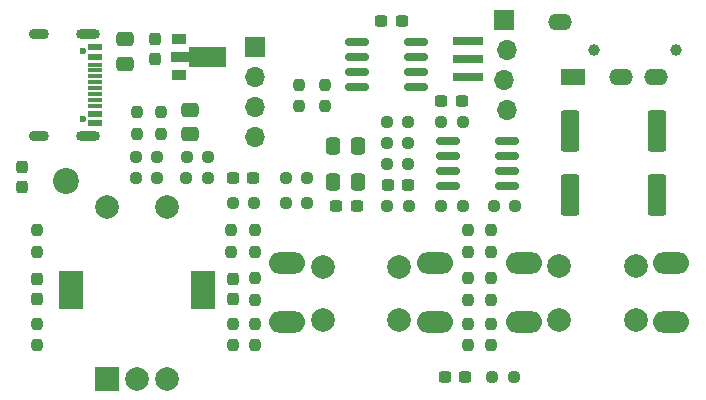
<source format=gbr>
%TF.GenerationSoftware,KiCad,Pcbnew,7.0.7*%
%TF.CreationDate,2024-03-20T09:31:47-04:00*%
%TF.ProjectId,metronome,6d657472-6f6e-46f6-9d65-2e6b69636164,rev?*%
%TF.SameCoordinates,Original*%
%TF.FileFunction,Soldermask,Top*%
%TF.FilePolarity,Negative*%
%FSLAX46Y46*%
G04 Gerber Fmt 4.6, Leading zero omitted, Abs format (unit mm)*
G04 Created by KiCad (PCBNEW 7.0.7) date 2024-03-20 09:31:47*
%MOMM*%
%LPD*%
G01*
G04 APERTURE LIST*
G04 Aperture macros list*
%AMRoundRect*
0 Rectangle with rounded corners*
0 $1 Rounding radius*
0 $2 $3 $4 $5 $6 $7 $8 $9 X,Y pos of 4 corners*
0 Add a 4 corners polygon primitive as box body*
4,1,4,$2,$3,$4,$5,$6,$7,$8,$9,$2,$3,0*
0 Add four circle primitives for the rounded corners*
1,1,$1+$1,$2,$3*
1,1,$1+$1,$4,$5*
1,1,$1+$1,$6,$7*
1,1,$1+$1,$8,$9*
0 Add four rect primitives between the rounded corners*
20,1,$1+$1,$2,$3,$4,$5,0*
20,1,$1+$1,$4,$5,$6,$7,0*
20,1,$1+$1,$6,$7,$8,$9,0*
20,1,$1+$1,$8,$9,$2,$3,0*%
%AMFreePoly0*
4,1,9,3.862500,-0.866500,0.737500,-0.866500,0.737500,-0.450000,-0.737500,-0.450000,-0.737500,0.450000,0.737500,0.450000,0.737500,0.866500,3.862500,0.866500,3.862500,-0.866500,3.862500,-0.866500,$1*%
G04 Aperture macros list end*
%ADD10RoundRect,0.237500X-0.237500X0.250000X-0.237500X-0.250000X0.237500X-0.250000X0.237500X0.250000X0*%
%ADD11RoundRect,0.237500X0.237500X-0.250000X0.237500X0.250000X-0.237500X0.250000X-0.237500X-0.250000X0*%
%ADD12RoundRect,0.150000X-0.825000X-0.150000X0.825000X-0.150000X0.825000X0.150000X-0.825000X0.150000X0*%
%ADD13C,1.000000*%
%ADD14O,2.000000X1.400000*%
%ADD15R,2.000000X1.400000*%
%ADD16RoundRect,0.237500X-0.250000X-0.237500X0.250000X-0.237500X0.250000X0.237500X-0.250000X0.237500X0*%
%ADD17RoundRect,0.237500X-0.300000X-0.237500X0.300000X-0.237500X0.300000X0.237500X-0.300000X0.237500X0*%
%ADD18R,1.700000X1.700000*%
%ADD19O,1.700000X1.700000*%
%ADD20C,2.000000*%
%ADD21O,3.048000X1.850000*%
%ADD22C,0.600000*%
%ADD23R,1.160000X0.600000*%
%ADD24R,1.160000X0.300000*%
%ADD25O,2.000000X0.900000*%
%ADD26O,1.700000X0.900000*%
%ADD27R,2.600000X0.800000*%
%ADD28C,2.200000*%
%ADD29RoundRect,0.250000X0.475000X-0.337500X0.475000X0.337500X-0.475000X0.337500X-0.475000X-0.337500X0*%
%ADD30RoundRect,0.250000X-0.337500X-0.475000X0.337500X-0.475000X0.337500X0.475000X-0.337500X0.475000X0*%
%ADD31RoundRect,0.250000X-0.475000X0.337500X-0.475000X-0.337500X0.475000X-0.337500X0.475000X0.337500X0*%
%ADD32RoundRect,0.237500X0.237500X-0.300000X0.237500X0.300000X-0.237500X0.300000X-0.237500X-0.300000X0*%
%ADD33RoundRect,0.237500X0.300000X0.237500X-0.300000X0.237500X-0.300000X-0.237500X0.300000X-0.237500X0*%
%ADD34RoundRect,0.237500X0.250000X0.237500X-0.250000X0.237500X-0.250000X-0.237500X0.250000X-0.237500X0*%
%ADD35R,2.000000X2.000000*%
%ADD36R,2.000000X3.200000*%
%ADD37RoundRect,0.237500X-0.237500X0.300000X-0.237500X-0.300000X0.237500X-0.300000X0.237500X0.300000X0*%
%ADD38RoundRect,0.237500X-0.237500X0.287500X-0.237500X-0.287500X0.237500X-0.287500X0.237500X0.287500X0*%
%ADD39R,1.300000X0.900000*%
%ADD40FreePoly0,0.000000*%
%ADD41RoundRect,0.250000X0.550000X-1.500000X0.550000X1.500000X-0.550000X1.500000X-0.550000X-1.500000X0*%
G04 APERTURE END LIST*
D10*
%TO.C,R22*%
X119000000Y-62675000D03*
X119000000Y-64500000D03*
%TD*%
D11*
%TO.C,R7*%
X129000000Y-78550000D03*
X129000000Y-76725000D03*
%TD*%
%TO.C,R17*%
X110500000Y-82425000D03*
X110500000Y-80600000D03*
%TD*%
D12*
%TO.C,U3*%
X145353000Y-65151000D03*
X145353000Y-66421000D03*
X145353000Y-67691000D03*
X145353000Y-68961000D03*
X150303000Y-68961000D03*
X150303000Y-67691000D03*
X150303000Y-66421000D03*
X150303000Y-65151000D03*
%TD*%
D13*
%TO.C,J4*%
X164656000Y-57390000D03*
X157656000Y-57390000D03*
D14*
X154856000Y-55090000D03*
X159956000Y-59690000D03*
X162956000Y-59690000D03*
D15*
X155956000Y-59690000D03*
%TD*%
D16*
%TO.C,R30*%
X140161000Y-63500000D03*
X141986000Y-63500000D03*
%TD*%
%TO.C,R19*%
X131600000Y-68300000D03*
X133425000Y-68300000D03*
%TD*%
%TO.C,R11*%
X140208000Y-70612000D03*
X142033000Y-70612000D03*
%TD*%
D17*
%TO.C,C6*%
X139675000Y-55000000D03*
X141400000Y-55000000D03*
%TD*%
D18*
%TO.C,J3*%
X129000000Y-57200000D03*
D19*
X129000000Y-59740000D03*
X129000000Y-62280000D03*
X129000000Y-64820000D03*
%TD*%
D16*
%TO.C,R21*%
X149098000Y-85090000D03*
X150923000Y-85090000D03*
%TD*%
%TO.C,R32*%
X144780000Y-70612000D03*
X146605000Y-70612000D03*
%TD*%
D20*
%TO.C,SW2*%
X134724000Y-75764000D03*
X141224000Y-75764000D03*
X134724000Y-80264000D03*
X141224000Y-80264000D03*
%TD*%
D17*
%TO.C,C3*%
X127100000Y-68300000D03*
X128825000Y-68300000D03*
%TD*%
D21*
%TO.C,SW5*%
X131721200Y-75488800D03*
X144221200Y-75488800D03*
X131721200Y-80488800D03*
X144221200Y-80488800D03*
%TD*%
D16*
%TO.C,R1*%
X123200000Y-66500000D03*
X125025000Y-66500000D03*
%TD*%
D22*
%TO.C,J1*%
X114389800Y-57511200D03*
X114389800Y-63291200D03*
D23*
X115449800Y-57201200D03*
X115449800Y-58001200D03*
D24*
X115449800Y-59151200D03*
X115449800Y-60151200D03*
X115449800Y-60651200D03*
X115449800Y-61651200D03*
D23*
X115449800Y-62801200D03*
X115449800Y-63601200D03*
X115449800Y-63601200D03*
X115449800Y-62801200D03*
D24*
X115449800Y-62151200D03*
X115449800Y-61151200D03*
X115449800Y-59651200D03*
X115449800Y-58651200D03*
D23*
X115449800Y-58001200D03*
X115449800Y-57201200D03*
D25*
X114869800Y-56081200D03*
D26*
X110699800Y-56081200D03*
D25*
X114869800Y-64721200D03*
D26*
X110699800Y-64721200D03*
%TD*%
D11*
%TO.C,R23*%
X121000000Y-64500000D03*
X121000000Y-62675000D03*
%TD*%
D27*
%TO.C,Y1*%
X147000000Y-56700000D03*
X147000000Y-58200000D03*
X147000000Y-59700000D03*
%TD*%
D10*
%TO.C,R25*%
X132700000Y-60375000D03*
X132700000Y-62200000D03*
%TD*%
D11*
%TO.C,R15*%
X149000000Y-82425000D03*
X149000000Y-80600000D03*
%TD*%
D10*
%TO.C,R20*%
X149000000Y-72700000D03*
X149000000Y-74525000D03*
%TD*%
D16*
%TO.C,R10*%
X131600000Y-70400000D03*
X133425000Y-70400000D03*
%TD*%
D28*
%TO.C,H2*%
X113000000Y-68500000D03*
%TD*%
D21*
%TO.C,SW4*%
X151739600Y-75488800D03*
X164239600Y-75488800D03*
X151739600Y-80488800D03*
X164239600Y-80488800D03*
%TD*%
D20*
%TO.C,SW3*%
X154760000Y-75750000D03*
X161260000Y-75750000D03*
X154760000Y-80250000D03*
X161260000Y-80250000D03*
%TD*%
D29*
%TO.C,C7*%
X118000000Y-58575000D03*
X118000000Y-56500000D03*
%TD*%
D30*
%TO.C,C12*%
X135636000Y-65532000D03*
X137711000Y-65532000D03*
%TD*%
D31*
%TO.C,C8*%
X123500000Y-62500000D03*
X123500000Y-64575000D03*
%TD*%
D12*
%TO.C,U1*%
X137668000Y-56730000D03*
X137668000Y-58000000D03*
X137668000Y-59270000D03*
X137668000Y-60540000D03*
X142618000Y-60540000D03*
X142618000Y-59270000D03*
X142618000Y-58000000D03*
X142618000Y-56730000D03*
%TD*%
D32*
%TO.C,C9*%
X120500000Y-58225000D03*
X120500000Y-56500000D03*
%TD*%
D33*
%TO.C,C15*%
X146505000Y-61722000D03*
X144780000Y-61722000D03*
%TD*%
D11*
%TO.C,R14*%
X147000000Y-82425000D03*
X147000000Y-80600000D03*
%TD*%
D34*
%TO.C,R3*%
X120700000Y-68300000D03*
X118875000Y-68300000D03*
%TD*%
D35*
%TO.C,SW1*%
X116500000Y-85250000D03*
D20*
X121500000Y-85250000D03*
X119000000Y-85250000D03*
D36*
X113400000Y-77750000D03*
X124600000Y-77750000D03*
D20*
X121500000Y-70750000D03*
X116500000Y-70750000D03*
%TD*%
D10*
%TO.C,R5*%
X127000000Y-72700000D03*
X127000000Y-74525000D03*
%TD*%
D30*
%TO.C,C14*%
X135636000Y-68580000D03*
X137711000Y-68580000D03*
%TD*%
D10*
%TO.C,R6*%
X129000000Y-80600000D03*
X129000000Y-82425000D03*
%TD*%
%TO.C,R24*%
X134900000Y-60375000D03*
X134900000Y-62200000D03*
%TD*%
D16*
%TO.C,R2*%
X123175000Y-68300000D03*
X125000000Y-68300000D03*
%TD*%
D34*
%TO.C,R29*%
X120700000Y-66500000D03*
X118875000Y-66500000D03*
%TD*%
D16*
%TO.C,R28*%
X144780000Y-63500000D03*
X146605000Y-63500000D03*
%TD*%
D37*
%TO.C,C1*%
X110500000Y-76775000D03*
X110500000Y-78500000D03*
%TD*%
%TO.C,C2*%
X127100000Y-76775000D03*
X127100000Y-78500000D03*
%TD*%
D34*
%TO.C,R27*%
X141986000Y-65278000D03*
X140161000Y-65278000D03*
%TD*%
D38*
%TO.C,D1*%
X109300000Y-67300000D03*
X109300000Y-69050000D03*
%TD*%
D33*
%TO.C,C5*%
X146812000Y-85090000D03*
X145087000Y-85090000D03*
%TD*%
D39*
%TO.C,U2*%
X122550000Y-56500000D03*
D40*
X122637500Y-58000000D03*
D39*
X122550000Y-59500000D03*
%TD*%
D11*
%TO.C,R4*%
X110500000Y-74525000D03*
X110500000Y-72700000D03*
%TD*%
D16*
%TO.C,R26*%
X140161000Y-67056000D03*
X141986000Y-67056000D03*
%TD*%
D11*
%TO.C,R18*%
X127100000Y-82425000D03*
X127100000Y-80600000D03*
%TD*%
%TO.C,R16*%
X149000000Y-78550000D03*
X149000000Y-76725000D03*
%TD*%
D10*
%TO.C,R13*%
X147000000Y-76725000D03*
X147000000Y-78550000D03*
%TD*%
D41*
%TO.C,C11*%
X163068000Y-69662000D03*
X163068000Y-64262000D03*
%TD*%
D17*
%TO.C,C4*%
X135890000Y-70612000D03*
X137615000Y-70612000D03*
%TD*%
D33*
%TO.C,C10*%
X141986000Y-68834000D03*
X140261000Y-68834000D03*
%TD*%
D34*
%TO.C,R9*%
X128912500Y-70400000D03*
X127087500Y-70400000D03*
%TD*%
D10*
%TO.C,R8*%
X129000000Y-72700000D03*
X129000000Y-74525000D03*
%TD*%
D16*
%TO.C,R31*%
X149201500Y-70612000D03*
X151026500Y-70612000D03*
%TD*%
D18*
%TO.C,J2*%
X150114000Y-54864000D03*
D19*
X150368000Y-57404000D03*
X150114000Y-59944000D03*
X150368000Y-62484000D03*
%TD*%
D11*
%TO.C,R12*%
X147000000Y-74525000D03*
X147000000Y-72700000D03*
%TD*%
D41*
%TO.C,C13*%
X155702000Y-69662000D03*
X155702000Y-64262000D03*
%TD*%
M02*

</source>
